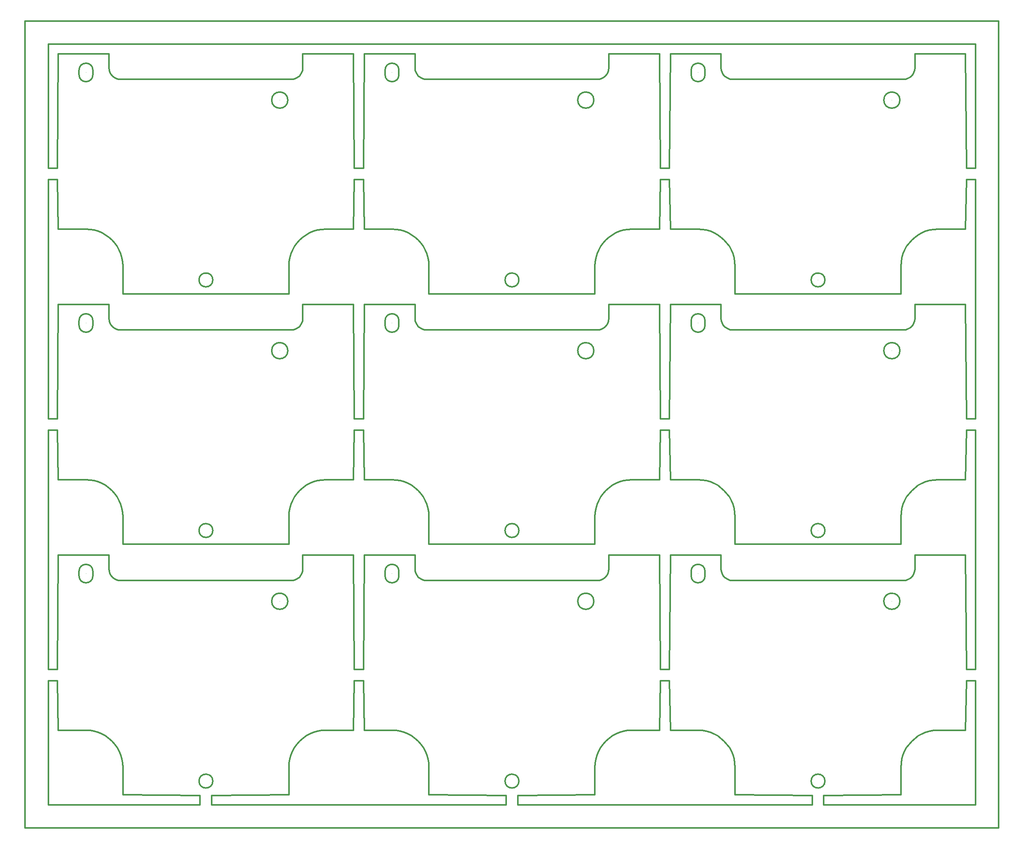
<source format=gbr>
%TF.GenerationSoftware,KiCad,Pcbnew,(6.0.0)*%
%TF.CreationDate,2022-01-01T16:03:18+08:00*%
%TF.ProjectId,SX7H02050048_PB,53583748-3032-4303-9530-3034385f5042,rev?*%
%TF.SameCoordinates,Original*%
%TF.FileFunction,Profile,NP*%
%FSLAX46Y46*%
G04 Gerber Fmt 4.6, Leading zero omitted, Abs format (unit mm)*
G04 Created by KiCad (PCBNEW (6.0.0)) date 2022-01-01 16:03:18*
%MOMM*%
%LPD*%
G01*
G04 APERTURE LIST*
%TA.AperFunction,Profile*%
%ADD10C,0.350000*%
%TD*%
%TA.AperFunction,Profile*%
%ADD11C,0.010049*%
%TD*%
%TA.AperFunction,Profile*%
%ADD12C,0.010050*%
%TD*%
G04 APERTURE END LIST*
D10*
X193125000Y-188050183D02*
X193125000Y-190050183D01*
X190625000Y-188050183D02*
X190625000Y-190050183D01*
X193125000Y-190050183D02*
X226050000Y-190050183D01*
X126775000Y-190050183D02*
X190625000Y-190050183D01*
X193125000Y-188050183D02*
X209875000Y-187875183D01*
X173875000Y-187875183D02*
X190625000Y-188050183D01*
X126775000Y-188050183D02*
X126775000Y-190050183D01*
X124275000Y-188050183D02*
X124275000Y-190050183D01*
X60425000Y-190050183D02*
X124275000Y-190050183D01*
X126775000Y-188050183D02*
X143525000Y-187875183D01*
X107525000Y-187875183D02*
X124275000Y-188050183D01*
X60425000Y-188050183D02*
X60425000Y-190050183D01*
X57925000Y-188050183D02*
X57925000Y-190050183D01*
X25000000Y-190050183D02*
X57925000Y-190050183D01*
X60425000Y-188050183D02*
X77175000Y-187875183D01*
X41175000Y-187875183D02*
X57925000Y-188050183D01*
X224050000Y-163125152D02*
X226050000Y-163125152D01*
X224050000Y-160625152D02*
X226050000Y-160625152D01*
X226050000Y-163125152D02*
X226050000Y-190050183D01*
X226050000Y-108775091D02*
X226050000Y-160625152D01*
X224050000Y-163125152D02*
X223875000Y-173875183D01*
X223875000Y-135875122D02*
X224050000Y-160625152D01*
X157700000Y-163125152D02*
X159700000Y-163125152D01*
X157700000Y-160625152D02*
X159700000Y-160625152D01*
X159700000Y-163125152D02*
X159875000Y-173875183D01*
X159875000Y-135875122D02*
X159700000Y-160625152D01*
X157700000Y-163125152D02*
X157525000Y-173875183D01*
X157525000Y-135875122D02*
X157700000Y-160625152D01*
X91350000Y-163125152D02*
X93350000Y-163125152D01*
X91350000Y-160625152D02*
X93350000Y-160625152D01*
X93350000Y-163125152D02*
X93525000Y-173875183D01*
X93525000Y-135875122D02*
X93350000Y-160625152D01*
X91350000Y-163125152D02*
X91175000Y-173875183D01*
X91175000Y-135875122D02*
X91350000Y-160625152D01*
X25000000Y-163125152D02*
X27000000Y-163125152D01*
X25000000Y-160625152D02*
X27000000Y-160625152D01*
X27000000Y-163125152D02*
X27175000Y-173875183D01*
X27175000Y-135875122D02*
X27000000Y-160625152D01*
X25000000Y-163125152D02*
X25000000Y-190050183D01*
X25000000Y-108775091D02*
X25000000Y-160625152D01*
X224050000Y-108775091D02*
X226050000Y-108775091D01*
X224050000Y-106275091D02*
X226050000Y-106275091D01*
X226050000Y-54425030D02*
X226050000Y-106275091D01*
X224050000Y-108775091D02*
X223875000Y-119525122D01*
X223875000Y-81525061D02*
X224050000Y-106275091D01*
X157700000Y-108775091D02*
X159700000Y-108775091D01*
X157700000Y-106275091D02*
X159700000Y-106275091D01*
X159700000Y-108775091D02*
X159875000Y-119525122D01*
X159875000Y-81525061D02*
X159700000Y-106275091D01*
X157700000Y-108775091D02*
X157525000Y-119525122D01*
X157525000Y-81525061D02*
X157700000Y-106275091D01*
X91350000Y-108775091D02*
X93350000Y-108775091D01*
X91350000Y-106275091D02*
X93350000Y-106275091D01*
X93350000Y-108775091D02*
X93525000Y-119525122D01*
X93525000Y-81525061D02*
X93350000Y-106275091D01*
X91350000Y-108775091D02*
X91175000Y-119525122D01*
X91175000Y-81525061D02*
X91350000Y-106275091D01*
X25000000Y-108775091D02*
X27000000Y-108775091D01*
X25000000Y-106275091D02*
X27000000Y-106275091D01*
X27000000Y-108775091D02*
X27175000Y-119525122D01*
X27175000Y-81525061D02*
X27000000Y-106275091D01*
X25000000Y-54425030D02*
X25000000Y-106275091D01*
X224050000Y-54425030D02*
X226050000Y-54425030D01*
X224050000Y-51925030D02*
X226050000Y-51925030D01*
X226050000Y-25000000D02*
X226050000Y-51925030D01*
X224050000Y-54425030D02*
X223875000Y-65175061D01*
X223875000Y-27175000D02*
X224050000Y-51925030D01*
X157700000Y-54425030D02*
X159700000Y-54425030D01*
X157700000Y-51925030D02*
X159700000Y-51925030D01*
X159700000Y-54425030D02*
X159875000Y-65175061D01*
X159875000Y-27175000D02*
X159700000Y-51925030D01*
X157700000Y-54425030D02*
X157525000Y-65175061D01*
X157525000Y-27175000D02*
X157700000Y-51925030D01*
X91350000Y-54425030D02*
X93350000Y-54425030D01*
X91350000Y-51925030D02*
X93350000Y-51925030D01*
X93350000Y-54425030D02*
X93525000Y-65175061D01*
X93525000Y-27175000D02*
X93350000Y-51925030D01*
X91350000Y-54425030D02*
X91175000Y-65175061D01*
X91175000Y-27175000D02*
X91350000Y-51925030D01*
X25000000Y-54425030D02*
X27000000Y-54425030D01*
X25000000Y-51925030D02*
X27000000Y-51925030D01*
X27000000Y-54425030D02*
X27175000Y-65175061D01*
X27175000Y-27175000D02*
X27000000Y-51925030D01*
X25000000Y-25000000D02*
X25000000Y-51925030D01*
X172413636Y-141195984D02*
X171979371Y-140963867D01*
X173686707Y-180092163D02*
X173837220Y-180978027D01*
X212879212Y-175610657D02*
X213612061Y-175090698D01*
X172659485Y-177612183D02*
X173094117Y-178398621D01*
X170875000Y-138875122D02*
X170875000Y-135875122D01*
X173375000Y-141387207D02*
X172884888Y-141338989D01*
X209875000Y-187875183D02*
X209862427Y-181875183D01*
X172884888Y-141338989D02*
X172413636Y-141195984D01*
X210063294Y-180092163D02*
X210312073Y-179228760D01*
X209862427Y-181875183D02*
X209912781Y-180978027D01*
X172139527Y-176879395D02*
X172659485Y-177612183D01*
X211090516Y-177612183D02*
X211610474Y-176879395D01*
X171054139Y-139836487D02*
X170911133Y-139365234D01*
X212463746Y-140270752D02*
X212151307Y-140651428D01*
X215228638Y-174312195D02*
X216092041Y-174063416D01*
X164375000Y-140369141D02*
X164375000Y-139369141D01*
X173437928Y-179228760D02*
X173686707Y-180092163D01*
X170875000Y-135875122D02*
X159875000Y-135875122D01*
X193378967Y-184875183D02*
G75*
G03*
X193378967Y-184875183I-1499999J0D01*
G01*
X212875000Y-138875122D02*
X212887085Y-138875122D01*
X173094117Y-178398621D02*
X173437928Y-179228760D01*
X223875000Y-135875122D02*
X212875000Y-135875122D01*
X171286255Y-140270752D02*
X171054139Y-139836487D01*
X173837220Y-180978027D02*
X173887574Y-181875183D01*
X170862915Y-138875122D02*
X170875000Y-138875122D01*
X216092041Y-174063416D02*
X216977906Y-173912903D01*
X209635436Y-145870483D02*
G75*
G03*
X209635436Y-145870483I-1749999J0D01*
G01*
X167375000Y-139369141D02*
G75*
G03*
X164375000Y-139369141I-1500000J0D01*
G01*
X164375000Y-140369141D02*
G75*
G03*
X167375000Y-140369141I1500000J0D01*
G01*
X209912781Y-180978027D02*
X210063294Y-180092163D01*
X168521363Y-174312195D02*
X169351502Y-174656067D01*
X173887574Y-181875183D02*
X173875000Y-181875183D01*
X166772095Y-173912903D02*
X167657959Y-174063416D01*
X211610474Y-176879395D02*
X212209229Y-176209412D01*
X213612061Y-175090698D02*
X214398499Y-174656067D01*
D11*
X191883992Y-184875183D02*
G75*
G03*
X191883992Y-184875183I-5024J0D01*
G01*
D10*
X217875000Y-173875183D02*
X223875000Y-173875183D01*
X171540772Y-176209412D02*
X172139527Y-176879395D01*
X159875000Y-173875183D02*
X165875000Y-173862549D01*
X212887085Y-138875122D02*
X212838868Y-139365234D01*
X212209229Y-176209412D02*
X212879212Y-175610657D01*
X210655884Y-178398621D02*
X211090516Y-177612183D01*
X171598694Y-140651428D02*
X171286255Y-140270752D01*
D11*
X207890461Y-145870483D02*
G75*
G03*
X207890461Y-145870483I-5024J0D01*
G01*
D10*
X170870789Y-175610657D02*
X171540772Y-176209412D01*
X212838868Y-139365234D02*
X212695862Y-139836487D01*
X217875000Y-173862549D02*
X217875000Y-173875183D01*
X210375000Y-141375122D02*
X173375000Y-141375122D01*
X210865113Y-141338989D02*
X210375000Y-141387207D01*
X167375000Y-139369141D02*
X167375000Y-140369141D01*
X212695862Y-139836487D02*
X212463746Y-140270752D01*
X170137940Y-175090698D02*
X170870789Y-175610657D01*
X173375000Y-141375122D02*
X173375000Y-141387207D01*
X212875000Y-135875122D02*
X212875000Y-138875122D01*
X211336365Y-141195984D02*
X210865113Y-141338989D01*
X212151307Y-140651428D02*
X211770630Y-140963867D01*
X214398499Y-174656067D02*
X215228638Y-174312195D01*
X210375000Y-141387207D02*
X210375000Y-141375122D01*
X167657959Y-174063416D02*
X168521363Y-174312195D01*
X210312073Y-179228760D02*
X210655884Y-178398621D01*
D12*
X165880025Y-139869141D02*
G75*
G03*
X165880025Y-139869141I-5025J0D01*
G01*
D10*
X211770630Y-140963867D02*
X211336365Y-141195984D01*
X216977906Y-173912903D02*
X217875000Y-173862549D01*
X169351502Y-174656067D02*
X170137940Y-175090698D01*
X165875000Y-173862549D02*
X166772095Y-173912903D01*
X171979371Y-140963867D02*
X171598694Y-140651428D01*
X170911133Y-139365234D02*
X170862915Y-138875122D01*
X173875000Y-181875183D02*
X173875000Y-187875183D01*
X106063636Y-141195984D02*
X105629371Y-140963867D01*
X107336707Y-180092163D02*
X107487220Y-180978027D01*
X146529212Y-175610657D02*
X147262061Y-175090698D01*
X106309485Y-177612183D02*
X106744117Y-178398621D01*
X104525000Y-138875122D02*
X104525000Y-135875122D01*
X107025000Y-141387207D02*
X106534888Y-141338989D01*
X143525000Y-187875183D02*
X143512427Y-181875183D01*
X106534888Y-141338989D02*
X106063636Y-141195984D01*
X143713294Y-180092163D02*
X143962073Y-179228760D01*
X143512427Y-181875183D02*
X143562781Y-180978027D01*
X105789527Y-176879395D02*
X106309485Y-177612183D01*
X144740516Y-177612183D02*
X145260474Y-176879395D01*
X104704139Y-139836487D02*
X104561133Y-139365234D01*
X146113746Y-140270752D02*
X145801307Y-140651428D01*
X148878638Y-174312195D02*
X149742041Y-174063416D01*
X98025000Y-140369141D02*
X98025000Y-139369141D01*
X107087928Y-179228760D02*
X107336707Y-180092163D01*
X104525000Y-135875122D02*
X93525000Y-135875122D01*
X127028967Y-184875183D02*
G75*
G03*
X127028967Y-184875183I-1499999J0D01*
G01*
X146525000Y-138875122D02*
X146537085Y-138875122D01*
X106744117Y-178398621D02*
X107087928Y-179228760D01*
X157525000Y-135875122D02*
X146525000Y-135875122D01*
X104936255Y-140270752D02*
X104704139Y-139836487D01*
X107487220Y-180978027D02*
X107537574Y-181875183D01*
X104512915Y-138875122D02*
X104525000Y-138875122D01*
X149742041Y-174063416D02*
X150627906Y-173912903D01*
X143285436Y-145870483D02*
G75*
G03*
X143285436Y-145870483I-1749999J0D01*
G01*
X101025000Y-139369141D02*
G75*
G03*
X98025000Y-139369141I-1500000J0D01*
G01*
X98025000Y-140369141D02*
G75*
G03*
X101025000Y-140369141I1500000J0D01*
G01*
X143562781Y-180978027D02*
X143713294Y-180092163D01*
X102171363Y-174312195D02*
X103001502Y-174656067D01*
X107537574Y-181875183D02*
X107525000Y-181875183D01*
X100422095Y-173912903D02*
X101307959Y-174063416D01*
X145260474Y-176879395D02*
X145859229Y-176209412D01*
X147262061Y-175090698D02*
X148048499Y-174656067D01*
D11*
X125533992Y-184875183D02*
G75*
G03*
X125533992Y-184875183I-5024J0D01*
G01*
D10*
X151525000Y-173875183D02*
X157525000Y-173875183D01*
X105190772Y-176209412D02*
X105789527Y-176879395D01*
X93525000Y-173875183D02*
X99525000Y-173862549D01*
X146537085Y-138875122D02*
X146488868Y-139365234D01*
X145859229Y-176209412D02*
X146529212Y-175610657D01*
X144305884Y-178398621D02*
X144740516Y-177612183D01*
X105248694Y-140651428D02*
X104936255Y-140270752D01*
D11*
X141540461Y-145870483D02*
G75*
G03*
X141540461Y-145870483I-5024J0D01*
G01*
D10*
X104520789Y-175610657D02*
X105190772Y-176209412D01*
X146488868Y-139365234D02*
X146345862Y-139836487D01*
X151525000Y-173862549D02*
X151525000Y-173875183D01*
X144025000Y-141375122D02*
X107025000Y-141375122D01*
X144515113Y-141338989D02*
X144025000Y-141387207D01*
X101025000Y-139369141D02*
X101025000Y-140369141D01*
X146345862Y-139836487D02*
X146113746Y-140270752D01*
X103787940Y-175090698D02*
X104520789Y-175610657D01*
X107025000Y-141375122D02*
X107025000Y-141387207D01*
X146525000Y-135875122D02*
X146525000Y-138875122D01*
X144986365Y-141195984D02*
X144515113Y-141338989D01*
X145801307Y-140651428D02*
X145420630Y-140963867D01*
X148048499Y-174656067D02*
X148878638Y-174312195D01*
X144025000Y-141387207D02*
X144025000Y-141375122D01*
X101307959Y-174063416D02*
X102171363Y-174312195D01*
X143962073Y-179228760D02*
X144305884Y-178398621D01*
D12*
X99530025Y-139869141D02*
G75*
G03*
X99530025Y-139869141I-5025J0D01*
G01*
D10*
X145420630Y-140963867D02*
X144986365Y-141195984D01*
X150627906Y-173912903D02*
X151525000Y-173862549D01*
X103001502Y-174656067D02*
X103787940Y-175090698D01*
X99525000Y-173862549D02*
X100422095Y-173912903D01*
X105629371Y-140963867D02*
X105248694Y-140651428D01*
X104561133Y-139365234D02*
X104512915Y-138875122D01*
X107525000Y-181875183D02*
X107525000Y-187875183D01*
X39713636Y-141195984D02*
X39279371Y-140963867D01*
X40986707Y-180092163D02*
X41137220Y-180978027D01*
X80179212Y-175610657D02*
X80912061Y-175090698D01*
X39959485Y-177612183D02*
X40394117Y-178398621D01*
X38175000Y-138875122D02*
X38175000Y-135875122D01*
X40675000Y-141387207D02*
X40184888Y-141338989D01*
X77175000Y-187875183D02*
X77162427Y-181875183D01*
X40184888Y-141338989D02*
X39713636Y-141195984D01*
X77363294Y-180092163D02*
X77612073Y-179228760D01*
X77162427Y-181875183D02*
X77212781Y-180978027D01*
X39439527Y-176879395D02*
X39959485Y-177612183D01*
X78390516Y-177612183D02*
X78910474Y-176879395D01*
X38354139Y-139836487D02*
X38211133Y-139365234D01*
X79763746Y-140270752D02*
X79451307Y-140651428D01*
X82528638Y-174312195D02*
X83392041Y-174063416D01*
X31675000Y-140369141D02*
X31675000Y-139369141D01*
X40737928Y-179228760D02*
X40986707Y-180092163D01*
X38175000Y-135875122D02*
X27175000Y-135875122D01*
X60678967Y-184875183D02*
G75*
G03*
X60678967Y-184875183I-1499999J0D01*
G01*
X80175000Y-138875122D02*
X80187085Y-138875122D01*
X40394117Y-178398621D02*
X40737928Y-179228760D01*
X91175000Y-135875122D02*
X80175000Y-135875122D01*
X38586255Y-140270752D02*
X38354139Y-139836487D01*
X41137220Y-180978027D02*
X41187574Y-181875183D01*
X38162915Y-138875122D02*
X38175000Y-138875122D01*
X83392041Y-174063416D02*
X84277906Y-173912903D01*
X76935436Y-145870483D02*
G75*
G03*
X76935436Y-145870483I-1749999J0D01*
G01*
X34675000Y-139369141D02*
G75*
G03*
X31675000Y-139369141I-1500000J0D01*
G01*
X31675000Y-140369141D02*
G75*
G03*
X34675000Y-140369141I1500000J0D01*
G01*
X77212781Y-180978027D02*
X77363294Y-180092163D01*
X35821363Y-174312195D02*
X36651502Y-174656067D01*
X41187574Y-181875183D02*
X41175000Y-181875183D01*
X34072095Y-173912903D02*
X34957959Y-174063416D01*
X78910474Y-176879395D02*
X79509229Y-176209412D01*
X80912061Y-175090698D02*
X81698499Y-174656067D01*
D11*
X59183992Y-184875183D02*
G75*
G03*
X59183992Y-184875183I-5024J0D01*
G01*
D10*
X85175000Y-173875183D02*
X91175000Y-173875183D01*
X38840772Y-176209412D02*
X39439527Y-176879395D01*
X27175000Y-173875183D02*
X33175000Y-173862549D01*
X80187085Y-138875122D02*
X80138868Y-139365234D01*
X79509229Y-176209412D02*
X80179212Y-175610657D01*
X77955884Y-178398621D02*
X78390516Y-177612183D01*
X38898694Y-140651428D02*
X38586255Y-140270752D01*
D11*
X75190461Y-145870483D02*
G75*
G03*
X75190461Y-145870483I-5024J0D01*
G01*
D10*
X38170789Y-175610657D02*
X38840772Y-176209412D01*
X80138868Y-139365234D02*
X79995862Y-139836487D01*
X85175000Y-173862549D02*
X85175000Y-173875183D01*
X77675000Y-141375122D02*
X40675000Y-141375122D01*
X78165113Y-141338989D02*
X77675000Y-141387207D01*
X34675000Y-139369141D02*
X34675000Y-140369141D01*
X79995862Y-139836487D02*
X79763746Y-140270752D01*
X37437940Y-175090698D02*
X38170789Y-175610657D01*
X40675000Y-141375122D02*
X40675000Y-141387207D01*
X80175000Y-135875122D02*
X80175000Y-138875122D01*
X78636365Y-141195984D02*
X78165113Y-141338989D01*
X79451307Y-140651428D02*
X79070630Y-140963867D01*
X81698499Y-174656067D02*
X82528638Y-174312195D01*
X77675000Y-141387207D02*
X77675000Y-141375122D01*
X34957959Y-174063416D02*
X35821363Y-174312195D01*
X77612073Y-179228760D02*
X77955884Y-178398621D01*
D12*
X33180025Y-139869141D02*
G75*
G03*
X33180025Y-139869141I-5025J0D01*
G01*
D10*
X79070630Y-140963867D02*
X78636365Y-141195984D01*
X84277906Y-173912903D02*
X85175000Y-173862549D01*
X36651502Y-174656067D02*
X37437940Y-175090698D01*
X33175000Y-173862549D02*
X34072095Y-173912903D01*
X39279371Y-140963867D02*
X38898694Y-140651428D01*
X38211133Y-139365234D02*
X38162915Y-138875122D01*
X41175000Y-181875183D02*
X41175000Y-187875183D01*
X172413636Y-86845923D02*
X171979371Y-86613806D01*
X173686707Y-125742102D02*
X173837220Y-126627966D01*
X212879212Y-121260596D02*
X213612061Y-120740637D01*
X172659485Y-123262122D02*
X173094117Y-124048560D01*
X170875000Y-84525061D02*
X170875000Y-81525061D01*
X173375000Y-87037146D02*
X172884888Y-86988928D01*
X209875000Y-133525122D02*
X209862427Y-127525122D01*
X172884888Y-86988928D02*
X172413636Y-86845923D01*
X210063294Y-125742102D02*
X210312073Y-124878699D01*
X209862427Y-127525122D02*
X209912781Y-126627966D01*
X172139527Y-122529334D02*
X172659485Y-123262122D01*
X211090516Y-123262122D02*
X211610474Y-122529334D01*
X171054139Y-85486426D02*
X170911133Y-85015173D01*
X212463746Y-85920691D02*
X212151307Y-86301367D01*
X215228638Y-119962134D02*
X216092041Y-119713355D01*
X164375000Y-86019080D02*
X164375000Y-85019080D01*
X173437928Y-124878699D02*
X173686707Y-125742102D01*
X170875000Y-81525061D02*
X159875000Y-81525061D01*
X193378967Y-130525122D02*
G75*
G03*
X193378967Y-130525122I-1499999J0D01*
G01*
X212875000Y-84525061D02*
X212887085Y-84525061D01*
X173094117Y-124048560D02*
X173437928Y-124878699D01*
X223875000Y-81525061D02*
X212875000Y-81525061D01*
X171286255Y-85920691D02*
X171054139Y-85486426D01*
X173837220Y-126627966D02*
X173887574Y-127525122D01*
X170862915Y-84525061D02*
X170875000Y-84525061D01*
X216092041Y-119713355D02*
X216977906Y-119562842D01*
X209635436Y-91520422D02*
G75*
G03*
X209635436Y-91520422I-1749999J0D01*
G01*
X167375000Y-85019080D02*
G75*
G03*
X164375000Y-85019080I-1500000J0D01*
G01*
X164375000Y-86019080D02*
G75*
G03*
X167375000Y-86019080I1500000J0D01*
G01*
X209912781Y-126627966D02*
X210063294Y-125742102D01*
X168521363Y-119962134D02*
X169351502Y-120306006D01*
X173887574Y-127525122D02*
X173875000Y-127525122D01*
X166772095Y-119562842D02*
X167657959Y-119713355D01*
X211610474Y-122529334D02*
X212209229Y-121859351D01*
X213612061Y-120740637D02*
X214398499Y-120306006D01*
X173875000Y-133525122D02*
X209875000Y-133525122D01*
D11*
X191883992Y-130525122D02*
G75*
G03*
X191883992Y-130525122I-5024J0D01*
G01*
D10*
X217875000Y-119525122D02*
X223875000Y-119525122D01*
X171540772Y-121859351D02*
X172139527Y-122529334D01*
X159875000Y-119525122D02*
X165875000Y-119512488D01*
X212887085Y-84525061D02*
X212838868Y-85015173D01*
X212209229Y-121859351D02*
X212879212Y-121260596D01*
X210655884Y-124048560D02*
X211090516Y-123262122D01*
X171598694Y-86301367D02*
X171286255Y-85920691D01*
D11*
X207890461Y-91520422D02*
G75*
G03*
X207890461Y-91520422I-5024J0D01*
G01*
D10*
X170870789Y-121260596D02*
X171540772Y-121859351D01*
X212838868Y-85015173D02*
X212695862Y-85486426D01*
X217875000Y-119512488D02*
X217875000Y-119525122D01*
X210375000Y-87025061D02*
X173375000Y-87025061D01*
X210865113Y-86988928D02*
X210375000Y-87037146D01*
X167375000Y-85019080D02*
X167375000Y-86019080D01*
X212695862Y-85486426D02*
X212463746Y-85920691D01*
X170137940Y-120740637D02*
X170870789Y-121260596D01*
X173375000Y-87025061D02*
X173375000Y-87037146D01*
X212875000Y-81525061D02*
X212875000Y-84525061D01*
X211336365Y-86845923D02*
X210865113Y-86988928D01*
X212151307Y-86301367D02*
X211770630Y-86613806D01*
X214398499Y-120306006D02*
X215228638Y-119962134D01*
X210375000Y-87037146D02*
X210375000Y-87025061D01*
X167657959Y-119713355D02*
X168521363Y-119962134D01*
X210312073Y-124878699D02*
X210655884Y-124048560D01*
D12*
X165880025Y-85519080D02*
G75*
G03*
X165880025Y-85519080I-5025J0D01*
G01*
D10*
X211770630Y-86613806D02*
X211336365Y-86845923D01*
X216977906Y-119562842D02*
X217875000Y-119512488D01*
X169351502Y-120306006D02*
X170137940Y-120740637D01*
X165875000Y-119512488D02*
X166772095Y-119562842D01*
X171979371Y-86613806D02*
X171598694Y-86301367D01*
X170911133Y-85015173D02*
X170862915Y-84525061D01*
X173875000Y-127525122D02*
X173875000Y-133525122D01*
X106063636Y-86845923D02*
X105629371Y-86613806D01*
X107336707Y-125742102D02*
X107487220Y-126627966D01*
X146529212Y-121260596D02*
X147262061Y-120740637D01*
X106309485Y-123262122D02*
X106744117Y-124048560D01*
X104525000Y-84525061D02*
X104525000Y-81525061D01*
X107025000Y-87037146D02*
X106534888Y-86988928D01*
X143525000Y-133525122D02*
X143512427Y-127525122D01*
X106534888Y-86988928D02*
X106063636Y-86845923D01*
X143713294Y-125742102D02*
X143962073Y-124878699D01*
X143512427Y-127525122D02*
X143562781Y-126627966D01*
X105789527Y-122529334D02*
X106309485Y-123262122D01*
X144740516Y-123262122D02*
X145260474Y-122529334D01*
X104704139Y-85486426D02*
X104561133Y-85015173D01*
X146113746Y-85920691D02*
X145801307Y-86301367D01*
X148878638Y-119962134D02*
X149742041Y-119713355D01*
X98025000Y-86019080D02*
X98025000Y-85019080D01*
X107087928Y-124878699D02*
X107336707Y-125742102D01*
X104525000Y-81525061D02*
X93525000Y-81525061D01*
X127028967Y-130525122D02*
G75*
G03*
X127028967Y-130525122I-1499999J0D01*
G01*
X146525000Y-84525061D02*
X146537085Y-84525061D01*
X106744117Y-124048560D02*
X107087928Y-124878699D01*
X157525000Y-81525061D02*
X146525000Y-81525061D01*
X104936255Y-85920691D02*
X104704139Y-85486426D01*
X107487220Y-126627966D02*
X107537574Y-127525122D01*
X104512915Y-84525061D02*
X104525000Y-84525061D01*
X149742041Y-119713355D02*
X150627906Y-119562842D01*
X143285436Y-91520422D02*
G75*
G03*
X143285436Y-91520422I-1749999J0D01*
G01*
X101025000Y-85019080D02*
G75*
G03*
X98025000Y-85019080I-1500000J0D01*
G01*
X98025000Y-86019080D02*
G75*
G03*
X101025000Y-86019080I1500000J0D01*
G01*
X143562781Y-126627966D02*
X143713294Y-125742102D01*
X102171363Y-119962134D02*
X103001502Y-120306006D01*
X107537574Y-127525122D02*
X107525000Y-127525122D01*
X100422095Y-119562842D02*
X101307959Y-119713355D01*
X145260474Y-122529334D02*
X145859229Y-121859351D01*
X147262061Y-120740637D02*
X148048499Y-120306006D01*
X107525000Y-133525122D02*
X143525000Y-133525122D01*
D11*
X125533992Y-130525122D02*
G75*
G03*
X125533992Y-130525122I-5024J0D01*
G01*
D10*
X151525000Y-119525122D02*
X157525000Y-119525122D01*
X105190772Y-121859351D02*
X105789527Y-122529334D01*
X93525000Y-119525122D02*
X99525000Y-119512488D01*
X146537085Y-84525061D02*
X146488868Y-85015173D01*
X145859229Y-121859351D02*
X146529212Y-121260596D01*
X144305884Y-124048560D02*
X144740516Y-123262122D01*
X105248694Y-86301367D02*
X104936255Y-85920691D01*
D11*
X141540461Y-91520422D02*
G75*
G03*
X141540461Y-91520422I-5024J0D01*
G01*
D10*
X104520789Y-121260596D02*
X105190772Y-121859351D01*
X146488868Y-85015173D02*
X146345862Y-85486426D01*
X151525000Y-119512488D02*
X151525000Y-119525122D01*
X144025000Y-87025061D02*
X107025000Y-87025061D01*
X144515113Y-86988928D02*
X144025000Y-87037146D01*
X101025000Y-85019080D02*
X101025000Y-86019080D01*
X146345862Y-85486426D02*
X146113746Y-85920691D01*
X103787940Y-120740637D02*
X104520789Y-121260596D01*
X107025000Y-87025061D02*
X107025000Y-87037146D01*
X146525000Y-81525061D02*
X146525000Y-84525061D01*
X144986365Y-86845923D02*
X144515113Y-86988928D01*
X145801307Y-86301367D02*
X145420630Y-86613806D01*
X148048499Y-120306006D02*
X148878638Y-119962134D01*
X144025000Y-87037146D02*
X144025000Y-87025061D01*
X101307959Y-119713355D02*
X102171363Y-119962134D01*
X143962073Y-124878699D02*
X144305884Y-124048560D01*
D12*
X99530025Y-85519080D02*
G75*
G03*
X99530025Y-85519080I-5025J0D01*
G01*
D10*
X145420630Y-86613806D02*
X144986365Y-86845923D01*
X150627906Y-119562842D02*
X151525000Y-119512488D01*
X103001502Y-120306006D02*
X103787940Y-120740637D01*
X99525000Y-119512488D02*
X100422095Y-119562842D01*
X105629371Y-86613806D02*
X105248694Y-86301367D01*
X104561133Y-85015173D02*
X104512915Y-84525061D01*
X107525000Y-127525122D02*
X107525000Y-133525122D01*
X39713636Y-86845923D02*
X39279371Y-86613806D01*
X40986707Y-125742102D02*
X41137220Y-126627966D01*
X80179212Y-121260596D02*
X80912061Y-120740637D01*
X39959485Y-123262122D02*
X40394117Y-124048560D01*
X38175000Y-84525061D02*
X38175000Y-81525061D01*
X40675000Y-87037146D02*
X40184888Y-86988928D01*
X77175000Y-133525122D02*
X77162427Y-127525122D01*
X40184888Y-86988928D02*
X39713636Y-86845923D01*
X77363294Y-125742102D02*
X77612073Y-124878699D01*
X77162427Y-127525122D02*
X77212781Y-126627966D01*
X39439527Y-122529334D02*
X39959485Y-123262122D01*
X78390516Y-123262122D02*
X78910474Y-122529334D01*
X38354139Y-85486426D02*
X38211133Y-85015173D01*
X79763746Y-85920691D02*
X79451307Y-86301367D01*
X82528638Y-119962134D02*
X83392041Y-119713355D01*
X31675000Y-86019080D02*
X31675000Y-85019080D01*
X40737928Y-124878699D02*
X40986707Y-125742102D01*
X38175000Y-81525061D02*
X27175000Y-81525061D01*
X60678967Y-130525122D02*
G75*
G03*
X60678967Y-130525122I-1499999J0D01*
G01*
X80175000Y-84525061D02*
X80187085Y-84525061D01*
X40394117Y-124048560D02*
X40737928Y-124878699D01*
X91175000Y-81525061D02*
X80175000Y-81525061D01*
X38586255Y-85920691D02*
X38354139Y-85486426D01*
X41137220Y-126627966D02*
X41187574Y-127525122D01*
X38162915Y-84525061D02*
X38175000Y-84525061D01*
X83392041Y-119713355D02*
X84277906Y-119562842D01*
X76935436Y-91520422D02*
G75*
G03*
X76935436Y-91520422I-1749999J0D01*
G01*
X34675000Y-85019080D02*
G75*
G03*
X31675000Y-85019080I-1500000J0D01*
G01*
X31675000Y-86019080D02*
G75*
G03*
X34675000Y-86019080I1500000J0D01*
G01*
X77212781Y-126627966D02*
X77363294Y-125742102D01*
X35821363Y-119962134D02*
X36651502Y-120306006D01*
X41187574Y-127525122D02*
X41175000Y-127525122D01*
X34072095Y-119562842D02*
X34957959Y-119713355D01*
X78910474Y-122529334D02*
X79509229Y-121859351D01*
X80912061Y-120740637D02*
X81698499Y-120306006D01*
X41175000Y-133525122D02*
X77175000Y-133525122D01*
D11*
X59183992Y-130525122D02*
G75*
G03*
X59183992Y-130525122I-5024J0D01*
G01*
D10*
X85175000Y-119525122D02*
X91175000Y-119525122D01*
X38840772Y-121859351D02*
X39439527Y-122529334D01*
X27175000Y-119525122D02*
X33175000Y-119512488D01*
X80187085Y-84525061D02*
X80138868Y-85015173D01*
X79509229Y-121859351D02*
X80179212Y-121260596D01*
X77955884Y-124048560D02*
X78390516Y-123262122D01*
X38898694Y-86301367D02*
X38586255Y-85920691D01*
D11*
X75190461Y-91520422D02*
G75*
G03*
X75190461Y-91520422I-5024J0D01*
G01*
D10*
X38170789Y-121260596D02*
X38840772Y-121859351D01*
X80138868Y-85015173D02*
X79995862Y-85486426D01*
X85175000Y-119512488D02*
X85175000Y-119525122D01*
X77675000Y-87025061D02*
X40675000Y-87025061D01*
X78165113Y-86988928D02*
X77675000Y-87037146D01*
X34675000Y-85019080D02*
X34675000Y-86019080D01*
X79995862Y-85486426D02*
X79763746Y-85920691D01*
X37437940Y-120740637D02*
X38170789Y-121260596D01*
X40675000Y-87025061D02*
X40675000Y-87037146D01*
X80175000Y-81525061D02*
X80175000Y-84525061D01*
X78636365Y-86845923D02*
X78165113Y-86988928D01*
X79451307Y-86301367D02*
X79070630Y-86613806D01*
X81698499Y-120306006D02*
X82528638Y-119962134D01*
X77675000Y-87037146D02*
X77675000Y-87025061D01*
X34957959Y-119713355D02*
X35821363Y-119962134D01*
X77612073Y-124878699D02*
X77955884Y-124048560D01*
D12*
X33180025Y-85519080D02*
G75*
G03*
X33180025Y-85519080I-5025J0D01*
G01*
D10*
X79070630Y-86613806D02*
X78636365Y-86845923D01*
X84277906Y-119562842D02*
X85175000Y-119512488D01*
X36651502Y-120306006D02*
X37437940Y-120740637D01*
X33175000Y-119512488D02*
X34072095Y-119562842D01*
X39279371Y-86613806D02*
X38898694Y-86301367D01*
X38211133Y-85015173D02*
X38162915Y-84525061D01*
X41175000Y-127525122D02*
X41175000Y-133525122D01*
X172413636Y-32495862D02*
X171979371Y-32263745D01*
X173686707Y-71392041D02*
X173837220Y-72277905D01*
X212879212Y-66910535D02*
X213612061Y-66390576D01*
X172659485Y-68912061D02*
X173094117Y-69698499D01*
X170875000Y-30175000D02*
X170875000Y-27175000D01*
X173375000Y-32687085D02*
X172884888Y-32638867D01*
X209875000Y-79175061D02*
X209862427Y-73175061D01*
X172884888Y-32638867D02*
X172413636Y-32495862D01*
X210063294Y-71392041D02*
X210312073Y-70528638D01*
X209862427Y-73175061D02*
X209912781Y-72277905D01*
X172139527Y-68179273D02*
X172659485Y-68912061D01*
X211090516Y-68912061D02*
X211610474Y-68179273D01*
X171054139Y-31136365D02*
X170911133Y-30665112D01*
X212463746Y-31570630D02*
X212151307Y-31951306D01*
X215228638Y-65612073D02*
X216092041Y-65363294D01*
X164375000Y-31669019D02*
X164375000Y-30669019D01*
X173437928Y-70528638D02*
X173686707Y-71392041D01*
X170875000Y-27175000D02*
X159875000Y-27175000D01*
X193378967Y-76175061D02*
G75*
G03*
X193378967Y-76175061I-1499999J0D01*
G01*
X212875000Y-30175000D02*
X212887085Y-30175000D01*
X173094117Y-69698499D02*
X173437928Y-70528638D01*
X223875000Y-27175000D02*
X212875000Y-27175000D01*
X171286255Y-31570630D02*
X171054139Y-31136365D01*
X173837220Y-72277905D02*
X173887574Y-73175061D01*
X170862915Y-30175000D02*
X170875000Y-30175000D01*
X216092041Y-65363294D02*
X216977906Y-65212781D01*
X209635436Y-37170361D02*
G75*
G03*
X209635436Y-37170361I-1749999J0D01*
G01*
X167375000Y-30669019D02*
G75*
G03*
X164375000Y-30669019I-1500000J0D01*
G01*
X164375000Y-31669019D02*
G75*
G03*
X167375000Y-31669019I1500000J0D01*
G01*
X209912781Y-72277905D02*
X210063294Y-71392041D01*
X168521363Y-65612073D02*
X169351502Y-65955945D01*
X173887574Y-73175061D02*
X173875000Y-73175061D01*
X166772095Y-65212781D02*
X167657959Y-65363294D01*
X211610474Y-68179273D02*
X212209229Y-67509290D01*
X213612061Y-66390576D02*
X214398499Y-65955945D01*
X173875000Y-79175061D02*
X209875000Y-79175061D01*
D11*
X191883992Y-76175061D02*
G75*
G03*
X191883992Y-76175061I-5024J0D01*
G01*
D10*
X217875000Y-65175061D02*
X223875000Y-65175061D01*
X171540772Y-67509290D02*
X172139527Y-68179273D01*
X159875000Y-65175061D02*
X165875000Y-65162427D01*
X212887085Y-30175000D02*
X212838868Y-30665112D01*
X212209229Y-67509290D02*
X212879212Y-66910535D01*
X210655884Y-69698499D02*
X211090516Y-68912061D01*
X171598694Y-31951306D02*
X171286255Y-31570630D01*
D11*
X207890461Y-37170361D02*
G75*
G03*
X207890461Y-37170361I-5024J0D01*
G01*
D10*
X170870789Y-66910535D02*
X171540772Y-67509290D01*
X212838868Y-30665112D02*
X212695862Y-31136365D01*
X217875000Y-65162427D02*
X217875000Y-65175061D01*
X210375000Y-32675000D02*
X173375000Y-32675000D01*
X210865113Y-32638867D02*
X210375000Y-32687085D01*
X167375000Y-30669019D02*
X167375000Y-31669019D01*
X212695862Y-31136365D02*
X212463746Y-31570630D01*
X170137940Y-66390576D02*
X170870789Y-66910535D01*
X173375000Y-32675000D02*
X173375000Y-32687085D01*
X212875000Y-27175000D02*
X212875000Y-30175000D01*
X211336365Y-32495862D02*
X210865113Y-32638867D01*
X212151307Y-31951306D02*
X211770630Y-32263745D01*
X214398499Y-65955945D02*
X215228638Y-65612073D01*
X210375000Y-32687085D02*
X210375000Y-32675000D01*
X167657959Y-65363294D02*
X168521363Y-65612073D01*
X210312073Y-70528638D02*
X210655884Y-69698499D01*
D12*
X165880025Y-31169019D02*
G75*
G03*
X165880025Y-31169019I-5025J0D01*
G01*
D10*
X211770630Y-32263745D02*
X211336365Y-32495862D01*
X216977906Y-65212781D02*
X217875000Y-65162427D01*
X169351502Y-65955945D02*
X170137940Y-66390576D01*
X165875000Y-65162427D02*
X166772095Y-65212781D01*
X171979371Y-32263745D02*
X171598694Y-31951306D01*
X170911133Y-30665112D02*
X170862915Y-30175000D01*
X173875000Y-73175061D02*
X173875000Y-79175061D01*
X106063636Y-32495862D02*
X105629371Y-32263745D01*
X107336707Y-71392041D02*
X107487220Y-72277905D01*
X146529212Y-66910535D02*
X147262061Y-66390576D01*
X106309485Y-68912061D02*
X106744117Y-69698499D01*
X104525000Y-30175000D02*
X104525000Y-27175000D01*
X107025000Y-32687085D02*
X106534888Y-32638867D01*
X143525000Y-79175061D02*
X143512427Y-73175061D01*
X106534888Y-32638867D02*
X106063636Y-32495862D01*
X143713294Y-71392041D02*
X143962073Y-70528638D01*
X143512427Y-73175061D02*
X143562781Y-72277905D01*
X105789527Y-68179273D02*
X106309485Y-68912061D01*
X144740516Y-68912061D02*
X145260474Y-68179273D01*
X104704139Y-31136365D02*
X104561133Y-30665112D01*
X146113746Y-31570630D02*
X145801307Y-31951306D01*
X148878638Y-65612073D02*
X149742041Y-65363294D01*
X98025000Y-31669019D02*
X98025000Y-30669019D01*
X107087928Y-70528638D02*
X107336707Y-71392041D01*
X104525000Y-27175000D02*
X93525000Y-27175000D01*
X127028967Y-76175061D02*
G75*
G03*
X127028967Y-76175061I-1499999J0D01*
G01*
X146525000Y-30175000D02*
X146537085Y-30175000D01*
X106744117Y-69698499D02*
X107087928Y-70528638D01*
X157525000Y-27175000D02*
X146525000Y-27175000D01*
X104936255Y-31570630D02*
X104704139Y-31136365D01*
X107487220Y-72277905D02*
X107537574Y-73175061D01*
X104512915Y-30175000D02*
X104525000Y-30175000D01*
X149742041Y-65363294D02*
X150627906Y-65212781D01*
X143285436Y-37170361D02*
G75*
G03*
X143285436Y-37170361I-1749999J0D01*
G01*
X101025000Y-30669019D02*
G75*
G03*
X98025000Y-30669019I-1500000J0D01*
G01*
X98025000Y-31669019D02*
G75*
G03*
X101025000Y-31669019I1500000J0D01*
G01*
X143562781Y-72277905D02*
X143713294Y-71392041D01*
X102171363Y-65612073D02*
X103001502Y-65955945D01*
X107537574Y-73175061D02*
X107525000Y-73175061D01*
X100422095Y-65212781D02*
X101307959Y-65363294D01*
X145260474Y-68179273D02*
X145859229Y-67509290D01*
X147262061Y-66390576D02*
X148048499Y-65955945D01*
X107525000Y-79175061D02*
X143525000Y-79175061D01*
D11*
X125533992Y-76175061D02*
G75*
G03*
X125533992Y-76175061I-5024J0D01*
G01*
D10*
X151525000Y-65175061D02*
X157525000Y-65175061D01*
X105190772Y-67509290D02*
X105789527Y-68179273D01*
X93525000Y-65175061D02*
X99525000Y-65162427D01*
X146537085Y-30175000D02*
X146488868Y-30665112D01*
X145859229Y-67509290D02*
X146529212Y-66910535D01*
X144305884Y-69698499D02*
X144740516Y-68912061D01*
X105248694Y-31951306D02*
X104936255Y-31570630D01*
D11*
X141540461Y-37170361D02*
G75*
G03*
X141540461Y-37170361I-5024J0D01*
G01*
D10*
X104520789Y-66910535D02*
X105190772Y-67509290D01*
X146488868Y-30665112D02*
X146345862Y-31136365D01*
X151525000Y-65162427D02*
X151525000Y-65175061D01*
X144025000Y-32675000D02*
X107025000Y-32675000D01*
X144515113Y-32638867D02*
X144025000Y-32687085D01*
X101025000Y-30669019D02*
X101025000Y-31669019D01*
X146345862Y-31136365D02*
X146113746Y-31570630D01*
X103787940Y-66390576D02*
X104520789Y-66910535D01*
X107025000Y-32675000D02*
X107025000Y-32687085D01*
X146525000Y-27175000D02*
X146525000Y-30175000D01*
X144986365Y-32495862D02*
X144515113Y-32638867D01*
X145801307Y-31951306D02*
X145420630Y-32263745D01*
X148048499Y-65955945D02*
X148878638Y-65612073D01*
X144025000Y-32687085D02*
X144025000Y-32675000D01*
X101307959Y-65363294D02*
X102171363Y-65612073D01*
X143962073Y-70528638D02*
X144305884Y-69698499D01*
D12*
X99530025Y-31169019D02*
G75*
G03*
X99530025Y-31169019I-5025J0D01*
G01*
D10*
X145420630Y-32263745D02*
X144986365Y-32495862D01*
X150627906Y-65212781D02*
X151525000Y-65162427D01*
X103001502Y-65955945D02*
X103787940Y-66390576D01*
X99525000Y-65162427D02*
X100422095Y-65212781D01*
X105629371Y-32263745D02*
X105248694Y-31951306D01*
X104561133Y-30665112D02*
X104512915Y-30175000D01*
X107525000Y-73175061D02*
X107525000Y-79175061D01*
X39713636Y-32495862D02*
X39279371Y-32263745D01*
X40986707Y-71392041D02*
X41137220Y-72277905D01*
X80179212Y-66910535D02*
X80912061Y-66390576D01*
X39959485Y-68912061D02*
X40394117Y-69698499D01*
X38175000Y-30175000D02*
X38175000Y-27175000D01*
X40675000Y-32687085D02*
X40184888Y-32638867D01*
X77175000Y-79175061D02*
X77162427Y-73175061D01*
X40184888Y-32638867D02*
X39713636Y-32495862D01*
X77363294Y-71392041D02*
X77612073Y-70528638D01*
X77162427Y-73175061D02*
X77212781Y-72277905D01*
X39439527Y-68179273D02*
X39959485Y-68912061D01*
X78390516Y-68912061D02*
X78910474Y-68179273D01*
X38354139Y-31136365D02*
X38211133Y-30665112D01*
X79763746Y-31570630D02*
X79451307Y-31951306D01*
X82528638Y-65612073D02*
X83392041Y-65363294D01*
X31675000Y-31669019D02*
X31675000Y-30669019D01*
X40737928Y-70528638D02*
X40986707Y-71392041D01*
X38175000Y-27175000D02*
X27175000Y-27175000D01*
X60678967Y-76175061D02*
G75*
G03*
X60678967Y-76175061I-1499999J0D01*
G01*
X80175000Y-30175000D02*
X80187085Y-30175000D01*
X40394117Y-69698499D02*
X40737928Y-70528638D01*
X91175000Y-27175000D02*
X80175000Y-27175000D01*
X38586255Y-31570630D02*
X38354139Y-31136365D01*
X41137220Y-72277905D02*
X41187574Y-73175061D01*
X38162915Y-30175000D02*
X38175000Y-30175000D01*
X83392041Y-65363294D02*
X84277906Y-65212781D01*
X76935436Y-37170361D02*
G75*
G03*
X76935436Y-37170361I-1749999J0D01*
G01*
X34675000Y-30669019D02*
G75*
G03*
X31675000Y-30669019I-1500000J0D01*
G01*
X31675000Y-31669019D02*
G75*
G03*
X34675000Y-31669019I1500000J0D01*
G01*
X77212781Y-72277905D02*
X77363294Y-71392041D01*
X35821363Y-65612073D02*
X36651502Y-65955945D01*
X41187574Y-73175061D02*
X41175000Y-73175061D01*
X34072095Y-65212781D02*
X34957959Y-65363294D01*
X78910474Y-68179273D02*
X79509229Y-67509290D01*
X80912061Y-66390576D02*
X81698499Y-65955945D01*
X41175000Y-79175061D02*
X77175000Y-79175061D01*
D11*
X59183992Y-76175061D02*
G75*
G03*
X59183992Y-76175061I-5024J0D01*
G01*
D10*
X85175000Y-65175061D02*
X91175000Y-65175061D01*
X38840772Y-67509290D02*
X39439527Y-68179273D01*
X27175000Y-65175061D02*
X33175000Y-65162427D01*
X80187085Y-30175000D02*
X80138868Y-30665112D01*
X79509229Y-67509290D02*
X80179212Y-66910535D01*
X77955884Y-69698499D02*
X78390516Y-68912061D01*
X38898694Y-31951306D02*
X38586255Y-31570630D01*
D11*
X75190461Y-37170361D02*
G75*
G03*
X75190461Y-37170361I-5024J0D01*
G01*
D10*
X38170789Y-66910535D02*
X38840772Y-67509290D01*
X80138868Y-30665112D02*
X79995862Y-31136365D01*
X85175000Y-65162427D02*
X85175000Y-65175061D01*
X77675000Y-32675000D02*
X40675000Y-32675000D01*
X78165113Y-32638867D02*
X77675000Y-32687085D01*
X34675000Y-30669019D02*
X34675000Y-31669019D01*
X79995862Y-31136365D02*
X79763746Y-31570630D01*
X37437940Y-66390576D02*
X38170789Y-66910535D01*
X40675000Y-32675000D02*
X40675000Y-32687085D01*
X80175000Y-27175000D02*
X80175000Y-30175000D01*
X78636365Y-32495862D02*
X78165113Y-32638867D01*
X79451307Y-31951306D02*
X79070630Y-32263745D01*
X81698499Y-65955945D02*
X82528638Y-65612073D01*
X77675000Y-32687085D02*
X77675000Y-32675000D01*
X34957959Y-65363294D02*
X35821363Y-65612073D01*
X77612073Y-70528638D02*
X77955884Y-69698499D01*
D12*
X33180025Y-31169019D02*
G75*
G03*
X33180025Y-31169019I-5025J0D01*
G01*
D10*
X79070630Y-32263745D02*
X78636365Y-32495862D01*
X84277906Y-65212781D02*
X85175000Y-65162427D01*
X36651502Y-65955945D02*
X37437940Y-66390576D01*
X33175000Y-65162427D02*
X34072095Y-65212781D01*
X39279371Y-32263745D02*
X38898694Y-31951306D01*
X38211133Y-30665112D02*
X38162915Y-30175000D01*
X41175000Y-73175061D02*
X41175000Y-79175061D01*
X25000000Y-25000000D02*
X226050000Y-25000000D01*
X20000000Y-20000000D02*
X20000000Y-195050183D01*
X20000000Y-195050183D02*
X231050000Y-195050183D01*
X231050000Y-20000000D02*
X231050000Y-195050183D01*
X20000000Y-20000000D02*
X231050000Y-20000000D01*
M02*

</source>
